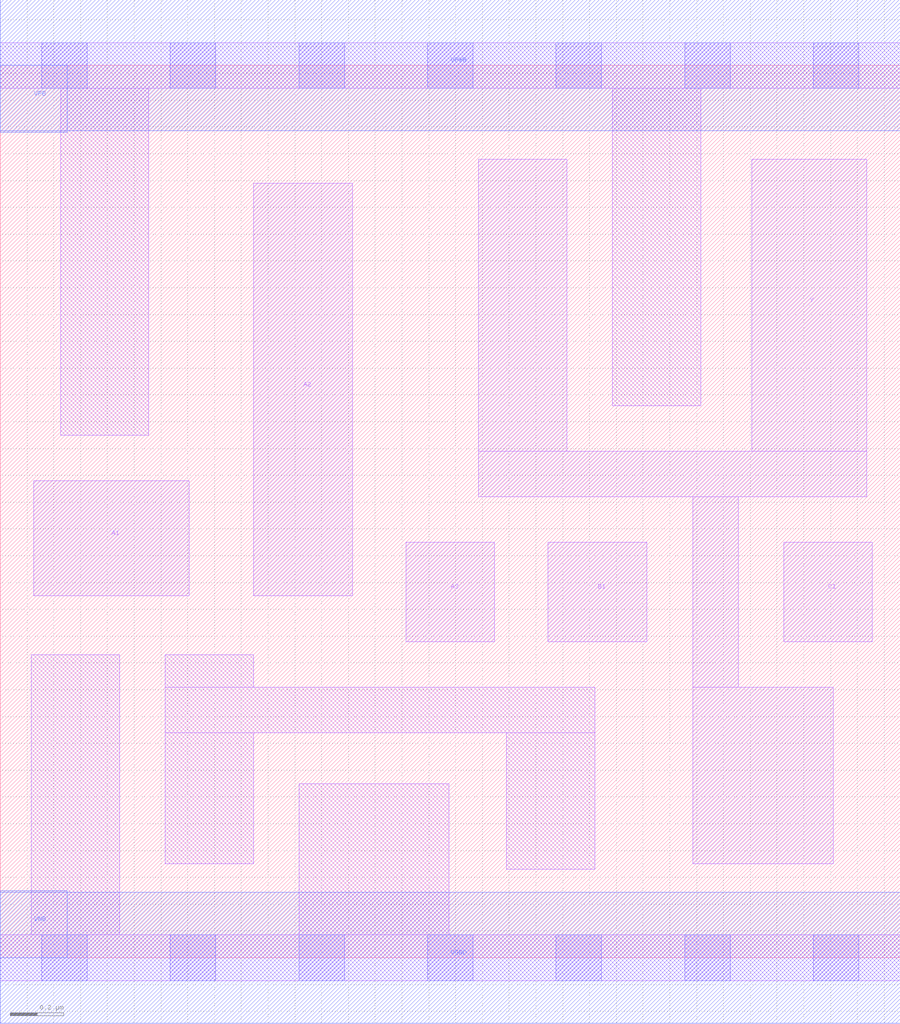
<source format=lef>
# Copyright 2020 The SkyWater PDK Authors
#
# Licensed under the Apache License, Version 2.0 (the "License");
# you may not use this file except in compliance with the License.
# You may obtain a copy of the License at
#
#     https://www.apache.org/licenses/LICENSE-2.0
#
# Unless required by applicable law or agreed to in writing, software
# distributed under the License is distributed on an "AS IS" BASIS,
# WITHOUT WARRANTIES OR CONDITIONS OF ANY KIND, either express or implied.
# See the License for the specific language governing permissions and
# limitations under the License.
#
# SPDX-License-Identifier: Apache-2.0

VERSION 5.5 ;
NAMESCASESENSITIVE ON ;
BUSBITCHARS "[]" ;
DIVIDERCHAR "/" ;
MACRO sky130_fd_sc_hs__o311ai_1
  CLASS CORE ;
  SOURCE USER ;
  ORIGIN  0.000000  0.000000 ;
  SIZE  3.360000 BY  3.330000 ;
  SYMMETRY X Y ;
  SITE unit ;
  PIN A1
    ANTENNAGATEAREA  0.279000 ;
    DIRECTION INPUT ;
    USE SIGNAL ;
    PORT
      LAYER li1 ;
        RECT 0.125000 1.350000 0.705000 1.780000 ;
    END
  END A1
  PIN A2
    ANTENNAGATEAREA  0.279000 ;
    DIRECTION INPUT ;
    USE SIGNAL ;
    PORT
      LAYER li1 ;
        RECT 0.945000 1.350000 1.315000 2.890000 ;
    END
  END A2
  PIN A3
    ANTENNAGATEAREA  0.279000 ;
    DIRECTION INPUT ;
    USE SIGNAL ;
    PORT
      LAYER li1 ;
        RECT 1.515000 1.180000 1.845000 1.550000 ;
    END
  END A3
  PIN B1
    ANTENNAGATEAREA  0.279000 ;
    DIRECTION INPUT ;
    USE SIGNAL ;
    PORT
      LAYER li1 ;
        RECT 2.045000 1.180000 2.415000 1.550000 ;
    END
  END B1
  PIN C1
    ANTENNAGATEAREA  0.279000 ;
    DIRECTION INPUT ;
    USE SIGNAL ;
    PORT
      LAYER li1 ;
        RECT 2.925000 1.180000 3.255000 1.550000 ;
    END
  END C1
  PIN Y
    ANTENNADIFFAREA  1.011700 ;
    DIRECTION OUTPUT ;
    USE SIGNAL ;
    PORT
      LAYER li1 ;
        RECT 1.785000 1.720000 3.235000 1.890000 ;
        RECT 1.785000 1.890000 2.115000 2.980000 ;
        RECT 2.585000 0.350000 3.110000 1.010000 ;
        RECT 2.585000 1.010000 2.755000 1.720000 ;
        RECT 2.805000 1.890000 3.235000 2.980000 ;
    END
  END Y
  PIN VGND
    DIRECTION INOUT ;
    USE GROUND ;
    PORT
      LAYER met1 ;
        RECT 0.000000 -0.245000 3.360000 0.245000 ;
    END
  END VGND
  PIN VNB
    DIRECTION INOUT ;
    USE GROUND ;
    PORT
    END
  END VNB
  PIN VPB
    DIRECTION INOUT ;
    USE POWER ;
    PORT
    END
  END VPB
  PIN VNB
    DIRECTION INOUT ;
    USE GROUND ;
    PORT
      LAYER met1 ;
        RECT 0.000000 0.000000 0.250000 0.250000 ;
    END
  END VNB
  PIN VPB
    DIRECTION INOUT ;
    USE POWER ;
    PORT
      LAYER met1 ;
        RECT 0.000000 3.080000 0.250000 3.330000 ;
    END
  END VPB
  PIN VPWR
    DIRECTION INOUT ;
    USE POWER ;
    PORT
      LAYER met1 ;
        RECT 0.000000 3.085000 3.360000 3.575000 ;
    END
  END VPWR
  OBS
    LAYER li1 ;
      RECT 0.000000 -0.085000 3.360000 0.085000 ;
      RECT 0.000000  3.245000 3.360000 3.415000 ;
      RECT 0.115000  0.085000 0.445000 1.130000 ;
      RECT 0.225000  1.950000 0.555000 3.245000 ;
      RECT 0.615000  0.350000 0.945000 0.840000 ;
      RECT 0.615000  0.840000 2.220000 1.010000 ;
      RECT 0.615000  1.010000 0.945000 1.130000 ;
      RECT 1.115000  0.085000 1.675000 0.650000 ;
      RECT 1.890000  0.330000 2.220000 0.840000 ;
      RECT 2.285000  2.060000 2.615000 3.245000 ;
    LAYER mcon ;
      RECT 0.155000 -0.085000 0.325000 0.085000 ;
      RECT 0.155000  3.245000 0.325000 3.415000 ;
      RECT 0.635000 -0.085000 0.805000 0.085000 ;
      RECT 0.635000  3.245000 0.805000 3.415000 ;
      RECT 1.115000 -0.085000 1.285000 0.085000 ;
      RECT 1.115000  3.245000 1.285000 3.415000 ;
      RECT 1.595000 -0.085000 1.765000 0.085000 ;
      RECT 1.595000  3.245000 1.765000 3.415000 ;
      RECT 2.075000 -0.085000 2.245000 0.085000 ;
      RECT 2.075000  3.245000 2.245000 3.415000 ;
      RECT 2.555000 -0.085000 2.725000 0.085000 ;
      RECT 2.555000  3.245000 2.725000 3.415000 ;
      RECT 3.035000 -0.085000 3.205000 0.085000 ;
      RECT 3.035000  3.245000 3.205000 3.415000 ;
  END
END sky130_fd_sc_hs__o311ai_1
END LIBRARY

</source>
